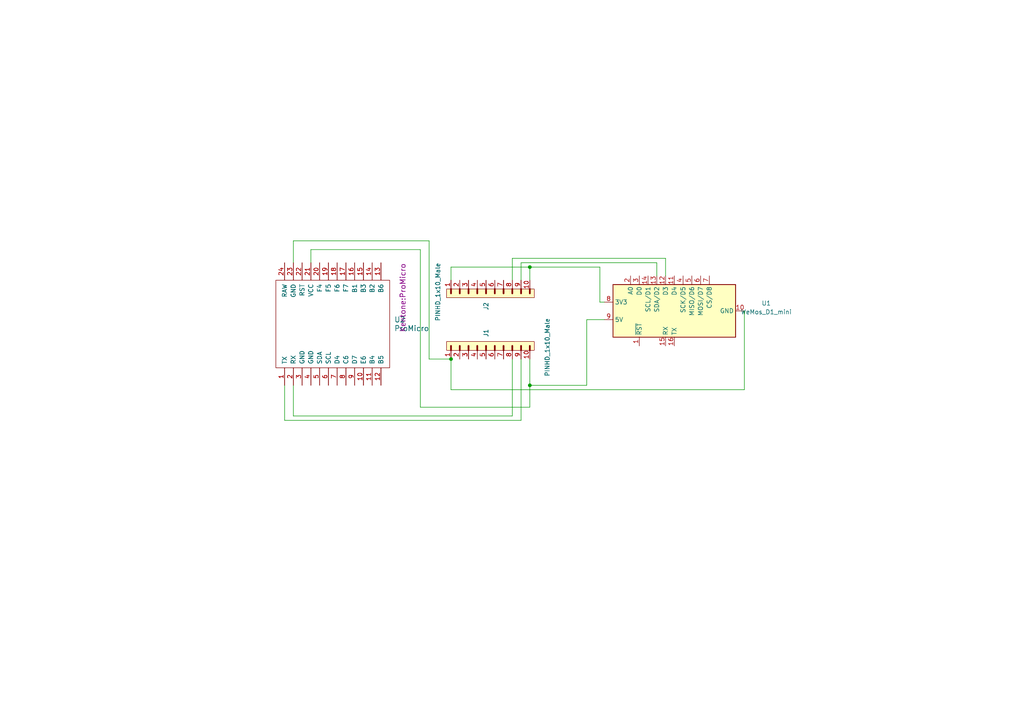
<source format=kicad_sch>
(kicad_sch (version 20230121) (generator eeschema)
  (paper "A4")
  (lib_symbols
    (symbol "Kentone:ProMicro" (pin_names (offset 1.016))
      (property "Reference" "U" (at 0 24.13 0))
      (property "Value" "ProMicro" (at 0 -13.97 0))
      (symbol "ProMicro_0_1"
        (rectangle (start -12.7 21.59) (end 12.7 -11.43))
      )
      (symbol "ProMicro_1_1"
        (pin bidirectional line (at -17.78 19.05 0) (length 5.08) (name "TX") (number "1"))
        (pin bidirectional line (at -17.78 -3.81 0) (length 5.08) (name "E6") (number "10"))
        (pin bidirectional line (at -17.78 -6.35 0) (length 5.08) (name "B4") (number "11"))
        (pin bidirectional line (at -17.78 -8.89 0) (length 5.08) (name "B5") (number "12"))
        (pin bidirectional line (at 17.78 -8.89 180) (length 5.08) (name "B6") (number "13"))
        (pin bidirectional line (at 17.78 -6.35 180) (length 5.08) (name "B2") (number "14"))
        (pin bidirectional line (at 17.78 -3.81 180) (length 5.08) (name "B3") (number "15"))
        (pin bidirectional line (at 17.78 -1.27 180) (length 5.08) (name "B1") (number "16"))
        (pin bidirectional line (at 17.78 1.27 180) (length 5.08) (name "F7") (number "17"))
        (pin bidirectional line (at 17.78 3.81 180) (length 5.08) (name "F6") (number "18"))
        (pin bidirectional line (at 17.78 6.35 180) (length 5.08) (name "F5") (number "19"))
        (pin bidirectional line (at -17.78 16.51 0) (length 5.08) (name "RX") (number "2"))
        (pin bidirectional line (at 17.78 8.89 180) (length 5.08) (name "F4") (number "20"))
        (pin power_in line (at 17.78 11.43 180) (length 5.08) (name "VCC") (number "21"))
        (pin input line (at 17.78 13.97 180) (length 5.08) (name "RST") (number "22"))
        (pin power_in line (at 17.78 16.51 180) (length 5.08) (name "GND") (number "23"))
        (pin power_out line (at 17.78 19.05 180) (length 5.08) (name "RAW") (number "24"))
        (pin power_in line (at -17.78 13.97 0) (length 5.08) (name "GND") (number "3"))
        (pin power_in line (at -17.78 11.43 0) (length 5.08) (name "GND") (number "4"))
        (pin bidirectional line (at -17.78 8.89 0) (length 5.08) (name "SDA") (number "5"))
        (pin bidirectional line (at -17.78 6.35 0) (length 5.08) (name "SCL") (number "6"))
        (pin bidirectional line (at -17.78 3.81 0) (length 5.08) (name "D4") (number "7"))
        (pin bidirectional line (at -17.78 1.27 0) (length 5.08) (name "C6") (number "8"))
        (pin bidirectional line (at -17.78 -1.27 0) (length 5.08) (name "D7") (number "9"))
      )
    )
    (symbol "MCU_Module:WeMos_D1_mini"
      (property "Reference" "U" (at 3.81 19.05 0))
      (property "Value" "WeMos_D1_mini" (at 1.27 -19.05 0))
      (symbol "WeMos_D1_mini_1_1"
        (rectangle (start -7.62 17.78) (end 7.62 -17.78) (stroke (width 0.254)) (fill (type background)))
        (pin input line (at -10.16 10.16 0) (length 2.54) (name "~{RST}") (number "1"))
        (pin power_in line (at 0 -20.32 90) (length 2.54) (name "GND") (number "10"))
        (pin bidirectional line (at 10.16 0 180) (length 2.54) (name "D4") (number "11"))
        (pin bidirectional line (at 10.16 2.54 180) (length 2.54) (name "D3") (number "12"))
        (pin bidirectional line (at 10.16 5.08 180) (length 2.54) (name "SDA/D2") (number "13"))
        (pin bidirectional line (at 10.16 7.62 180) (length 2.54) (name "SCL/D1") (number "14"))
        (pin input line (at -10.16 2.54 0) (length 2.54) (name "RX") (number "15"))
        (pin output line (at -10.16 0 0) (length 2.54) (name "TX") (number "16"))
        (pin input line (at 10.16 12.7 180) (length 2.54) (name "A0") (number "2"))
        (pin bidirectional line (at 10.16 10.16 180) (length 2.54) (name "D0") (number "3"))
        (pin bidirectional line (at 10.16 -2.54 180) (length 2.54) (name "SCK/D5") (number "4"))
        (pin bidirectional line (at 10.16 -5.08 180) (length 2.54) (name "MISO/D6") (number "5"))
        (pin bidirectional line (at 10.16 -7.62 180) (length 2.54) (name "MOSI/D7") (number "6"))
        (pin bidirectional line (at 10.16 -10.16 180) (length 2.54) (name "CS/D8") (number "7"))
        (pin power_out line (at 2.54 20.32 270) (length 2.54) (name "3V3") (number "8"))
        (pin power_in line (at -2.54 20.32 270) (length 2.54) (name "5V") (number "9"))
      )
    )
    (symbol "PCM_SL_Pin_Headers:PINHD_1x10_Male"
      (property "Reference" "J" (at 0 16.51 0))
      (property "Value" "PINHD_1x10_Male" (at 0 13.97 0))
      (symbol "PINHD_1x10_Male_0_1"
        (rectangle (start -1.27 12.7) (end 1.27 -12.7) (fill (type background)))
        (polyline (pts (xy -1.27 -11.43) (xy 0 -11.43)) (stroke (width 0.3)))
        (polyline (pts (xy -1.27 -11.43) (xy 0 -11.43)) (stroke (width 0.5)))
        (polyline (pts (xy -1.27 -8.89) (xy 0 -8.89)) (stroke (width 0.3)))
        (polyline (pts (xy -1.27 -8.89) (xy 0 -8.89)) (stroke (width 0.5)))
        (polyline (pts (xy -1.27 -6.35) (xy 0 -6.35)) (stroke (width 0.3)))
        (polyline (pts (xy -1.27 -6.35) (xy 0 -6.35)) (stroke (width 0.5)))
        (polyline (pts (xy -1.27 -3.81) (xy 0 -3.81)) (stroke (width 0.3)))
        (polyline (pts (xy -1.27 -3.81) (xy 0 -3.81)) (stroke (width 0.5)))
        (polyline (pts (xy -1.27 -1.27) (xy 0 -1.27)) (stroke (width 0.3)))
        (polyline (pts (xy -1.27 -1.27) (xy 0 -1.27)) (stroke (width 0.5)))
        (polyline (pts (xy -1.27 1.27) (xy 0 1.27)) (stroke (width 0.3)))
        (polyline (pts (xy -1.27 1.27) (xy 0 1.27)) (stroke (width 0.5)))
        (polyline (pts (xy -1.27 3.81) (xy 0 3.81)) (stroke (width 0.3)))
        (polyline (pts (xy -1.27 3.81) (xy 0 3.81)) (stroke (width 0.5)))
        (polyline (pts (xy -1.27 6.35) (xy 0 6.35)) (stroke (width 0.3)))
        (polyline (pts (xy -1.27 6.35) (xy 0 6.35)) (stroke (width 0.5)))
        (polyline (pts (xy -1.27 8.89) (xy 0 8.89)) (stroke (width 0.3)))
        (polyline (pts (xy -1.27 8.89) (xy 0 8.89)) (stroke (width 0.5)))
        (polyline (pts (xy -1.27 11.43) (xy 0 11.43)) (stroke (width 0.5)))
      )
      (symbol "PINHD_1x10_Male_1_1"
        (pin passive line (at -3.81 11.43 0) (length 2.54) (name "") (number "1"))
        (pin passive line (at -3.81 -11.43 0) (length 2.54) (name "") (number "10"))
        (pin passive line (at -3.81 8.89 0) (length 2.54) (name "") (number "2"))
        (pin passive line (at -3.81 6.35 0) (length 2.54) (name "") (number "3"))
        (pin passive line (at -3.81 3.81 0) (length 2.54) (name "") (number "4"))
        (pin passive line (at -3.81 1.27 0) (length 2.54) (name "") (number "5"))
        (pin passive line (at -3.81 -1.27 0) (length 2.54) (name "") (number "6"))
        (pin passive line (at -3.81 -3.81 0) (length 2.54) (name "") (number "7"))
        (pin passive line (at -3.81 -6.35 0) (length 2.54) (name "") (number "8"))
        (pin passive line (at -3.81 -8.89 0) (length 2.54) (name "") (number "9"))
      )
    )
  )
  (junction (at 153.67 77.47))
  (junction (at 130.81 104.14))
  (junction (at 153.67 111.76))
  (wire (pts (xy 90.17 76.2) (xy 90.17 72.39)))
  (wire (pts (xy 85.09 69.85) (xy 124.46 69.85)))
  (wire (pts (xy 153.67 104.14) (xy 153.67 111.76)))
  (wire (pts (xy 190.5 76.2) (xy 190.5 80.01)))
  (wire (pts (xy 215.9 113.03) (xy 215.9 90.17)))
  (wire (pts (xy 151.13 121.92) (xy 151.13 104.14)))
  (wire (pts (xy 121.92 118.11) (xy 153.67 118.11)))
  (wire (pts (xy 170.18 111.76) (xy 153.67 111.76)))
  (wire (pts (xy 124.46 104.14) (xy 130.81 104.14)))
  (wire (pts (xy 215.9 113.03) (xy 130.81 113.03)))
  (wire (pts (xy 90.17 72.39) (xy 121.92 72.39)))
  (wire (pts (xy 173.99 87.63) (xy 173.99 77.47)))
  (wire (pts (xy 151.13 81.28) (xy 151.13 76.2)))
  (wire (pts (xy 82.55 121.92) (xy 151.13 121.92)))
  (wire (pts (xy 121.92 72.39) (xy 121.92 118.11)))
  (wire (pts (xy 85.09 120.65) (xy 148.59 120.65)))
  (wire (pts (xy 175.26 92.71) (xy 170.18 92.71)))
  (wire (pts (xy 82.55 111.76) (xy 82.55 121.92)))
  (wire (pts (xy 153.67 77.47) (xy 153.67 81.28)))
  (wire (pts (xy 170.18 92.71) (xy 170.18 111.76)))
  (wire (pts (xy 130.81 81.28) (xy 130.81 77.47)))
  (wire (pts (xy 193.04 74.93) (xy 193.04 80.01)))
  (wire (pts (xy 130.81 77.47) (xy 153.67 77.47)))
  (wire (pts (xy 173.99 77.47) (xy 153.67 77.47)))
  (wire (pts (xy 124.46 69.85) (xy 124.46 104.14)))
  (wire (pts (xy 148.59 120.65) (xy 148.59 104.14)))
  (wire (pts (xy 148.59 74.93) (xy 193.04 74.93)))
  (wire (pts (xy 85.09 76.2) (xy 85.09 69.85)))
  (wire (pts (xy 151.13 76.2) (xy 190.5 76.2)))
  (wire (pts (xy 148.59 81.28) (xy 148.59 74.93)))
  (wire (pts (xy 175.26 87.63) (xy 173.99 87.63)))
  (wire (pts (xy 130.81 113.03) (xy 130.81 104.14)))
  (wire (pts (xy 153.67 111.76) (xy 153.67 118.11)))
  (wire (pts (xy 85.09 111.76) (xy 85.09 120.65)))
  (symbol (lib_id "Kentone:ProMicro") (at 101.6 93.98 90) (unit 1)
    (property "Reference" "U2" (at 114.3 92.71 90) (effects (font (size 1.524 1.524)) (justify right)))
    (property "Value" "ProMicro" (at 114.3 95.25 90) (effects (font (size 1.524 1.524)) (justify right)))
    (property "Footprint" "Kentone:ProMicro" (at 116.84 86.36 0) (effects (font (size 1.524 1.524))))
  )
  (symbol (lib_id "PCM_SL_Pin_Headers:PINHD_1x10_Male") (at 142.24 100.33 90) (unit 1)
    (property "Reference" "J1" (at 140.97 97.79 0) (effects (justify left)))
    (property "Value" "PINHD_1x10_Male" (at 158.75 109.22 0) (effects (justify left)))
    (property "Footprint" "Connector_PinHeader_2.54mm:PinHeader_1x10_P2.54mm_Vertical" (effects hide))
  )
  (symbol (lib_id "MCU_Module:WeMos_D1_mini") (at 195.58 90.17 90) (unit 1)
    (property "Reference" "U1" (at 222.25 87.9541 90))
    (property "Value" "WeMos_D1_mini" (at 222.25 90.4941 90))
    (property "Footprint" "Module:WEMOS_D1_mini_light" (effects hide))
    (property "Datasheet" "https://wiki.wemos.cc/products:d1:d1_mini#documentation" (effects hide))
  )
  (symbol (lib_id "PCM_SL_Pin_Headers:PINHD_1x10_Male") (at 142.24 85.09 90) (mirror x) (unit 1)
    (property "Reference" "J2" (at 140.97 87.63 0) (effects (justify left)))
    (property "Value" "PINHD_1x10_Male" (at 127 76.2 0) (effects (justify left)))
    (property "Footprint" "Connector_PinHeader_2.54mm:PinHeader_1x10_P2.54mm_Vertical" (effects hide))
  )
)
</source>
